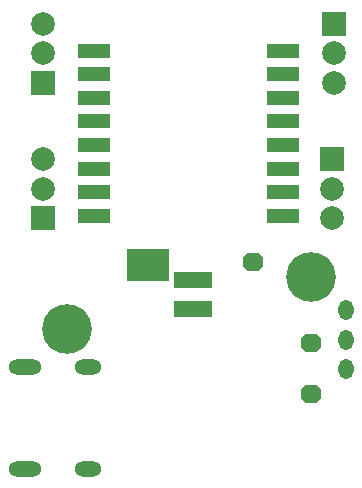
<source format=gbs>
G04*
G04 #@! TF.GenerationSoftware,Altium Limited,Altium Designer,23.4.1 (23)*
G04*
G04 Layer_Color=16711935*
%FSLAX25Y25*%
%MOIN*%
G70*
G04*
G04 #@! TF.SameCoordinates,D0A82AA9-F4A3-43A1-B343-99984006E8F9*
G04*
G04*
G04 #@! TF.FilePolarity,Negative*
G04*
G01*
G75*
%ADD69C,0.07887*%
%ADD70R,0.07887X0.07887*%
%ADD71O,0.11036X0.05131*%
%ADD72O,0.09068X0.05131*%
%ADD73O,0.05131X0.06706*%
%ADD74C,0.16548*%
%ADD93R,0.11036X0.05131*%
G04:AMPARAMS|DCode=94|XSize=58mil|YSize=68mil|CornerRadius=0mil|HoleSize=0mil|Usage=FLASHONLY|Rotation=90.000|XOffset=0mil|YOffset=0mil|HoleType=Round|Shape=Octagon|*
%AMOCTAGOND94*
4,1,8,-0.03400,-0.01450,-0.03400,0.01450,-0.01950,0.02900,0.01950,0.02900,0.03400,0.01450,0.03400,-0.01450,0.01950,-0.02900,-0.01950,-0.02900,-0.03400,-0.01450,0.0*
%
%ADD94OCTAGOND94*%

%ADD95R,0.04737X0.10642*%
%ADD96R,0.12611X0.05721*%
G36*
X44701Y68185D02*
X58480D01*
Y78815D01*
X44701D01*
Y68185D01*
D02*
G37*
D69*
X16445Y108728D02*
D03*
Y98885D02*
D03*
X16500Y144000D02*
D03*
Y153842D02*
D03*
X113000Y98885D02*
D03*
Y89043D02*
D03*
X113500Y134158D02*
D03*
Y144000D02*
D03*
D70*
X16445Y89043D02*
D03*
X16500Y134158D02*
D03*
X113000Y108728D02*
D03*
X113500Y153842D02*
D03*
D71*
X10642Y5492D02*
D03*
Y39508D02*
D03*
D72*
X31744Y5492D02*
D03*
Y39508D02*
D03*
D73*
X117500Y58343D02*
D03*
Y48500D02*
D03*
Y38658D02*
D03*
D74*
X24500Y52000D02*
D03*
X106000Y69500D02*
D03*
D93*
X96492Y97626D02*
D03*
Y105500D02*
D03*
Y113374D02*
D03*
Y121248D02*
D03*
Y129122D02*
D03*
Y136996D02*
D03*
Y144870D02*
D03*
X33500D02*
D03*
Y136996D02*
D03*
Y129122D02*
D03*
Y121248D02*
D03*
Y113374D02*
D03*
Y105500D02*
D03*
Y97626D02*
D03*
Y89752D02*
D03*
X96492D02*
D03*
D94*
X86500Y74539D02*
D03*
X106000Y47539D02*
D03*
Y30539D02*
D03*
D95*
X47102Y73500D02*
D03*
X56000D02*
D03*
D96*
X66500Y58579D02*
D03*
Y68421D02*
D03*
M02*

</source>
